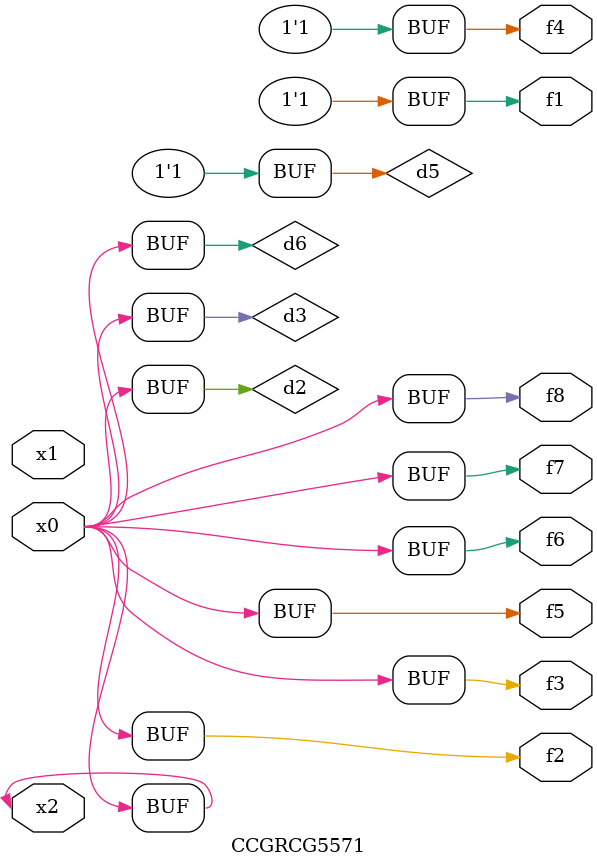
<source format=v>
module CCGRCG5571(
	input x0, x1, x2,
	output f1, f2, f3, f4, f5, f6, f7, f8
);

	wire d1, d2, d3, d4, d5, d6;

	xnor (d1, x2);
	buf (d2, x0, x2);
	and (d3, x0);
	xnor (d4, x1, x2);
	nand (d5, d1, d3);
	buf (d6, d2, d3);
	assign f1 = d5;
	assign f2 = d6;
	assign f3 = d6;
	assign f4 = d5;
	assign f5 = d6;
	assign f6 = d6;
	assign f7 = d6;
	assign f8 = d6;
endmodule

</source>
